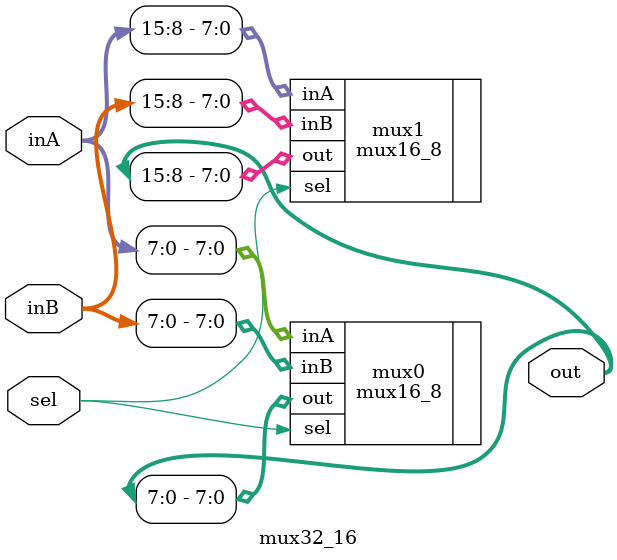
<source format=v>
module mux32_16 (inA, inB, sel, out);

    input [15:0] inA;
    input [15:0] inB;
    input sel;
    
    output [15:0] out;
    
    mux16_8 mux0 (.inA(inA[7:0]), .inB(inB[7:0]), .sel(sel), .out(out[7:0]));
    mux16_8 mux1 (.inA(inA[15:8]), .inB(inB[15:8]), .sel(sel), .out(out[15:8]));
    
endmodule

</source>
